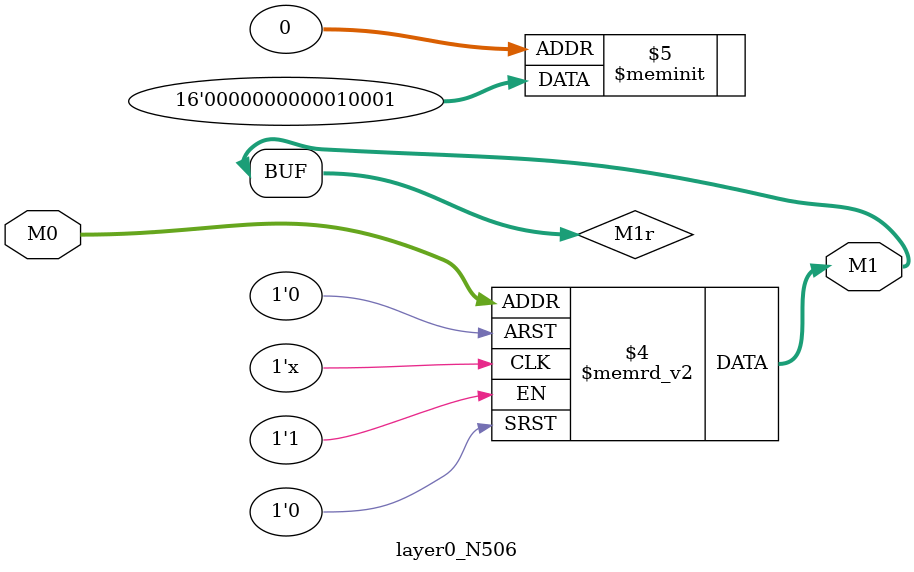
<source format=v>
module layer0_N506 ( input [2:0] M0, output [1:0] M1 );

	(*rom_style = "distributed" *) reg [1:0] M1r;
	assign M1 = M1r;
	always @ (M0) begin
		case (M0)
			3'b000: M1r = 2'b01;
			3'b100: M1r = 2'b00;
			3'b010: M1r = 2'b01;
			3'b110: M1r = 2'b00;
			3'b001: M1r = 2'b00;
			3'b101: M1r = 2'b00;
			3'b011: M1r = 2'b00;
			3'b111: M1r = 2'b00;

		endcase
	end
endmodule

</source>
